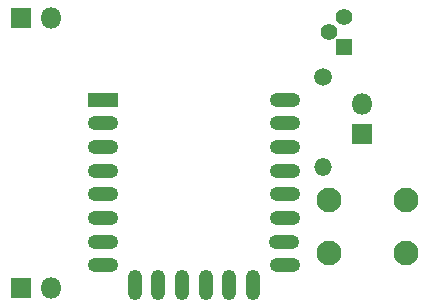
<source format=gbr>
%TF.GenerationSoftware,KiCad,Pcbnew,(5.1.6)-1*%
%TF.CreationDate,2020-12-09T18:00:23+01:00*%
%TF.ProjectId,W__cznik _wiat_a,57420563-7a6e-4696-9b20-5b7769617442,1*%
%TF.SameCoordinates,Original*%
%TF.FileFunction,Soldermask,Top*%
%TF.FilePolarity,Negative*%
%FSLAX46Y46*%
G04 Gerber Fmt 4.6, Leading zero omitted, Abs format (unit mm)*
G04 Created by KiCad (PCBNEW (5.1.6)-1) date 2020-12-09 18:00:23*
%MOMM*%
%LPD*%
G01*
G04 APERTURE LIST*
%ADD10O,1.800000X1.800000*%
%ADD11R,1.800000X1.800000*%
%ADD12C,1.400000*%
%ADD13R,1.400000X1.400000*%
%ADD14C,1.500000*%
%ADD15O,1.500000X1.500000*%
%ADD16C,2.100000*%
%ADD17R,2.600000X1.200000*%
%ADD18O,2.600000X1.200000*%
%ADD19O,1.200000X2.600000*%
G04 APERTURE END LIST*
D10*
%TO.C,REF\u002A\u002A*%
X66802000Y-32258000D03*
D11*
X66802000Y-34798000D03*
%TD*%
D12*
%TO.C,Q1*%
X64008000Y-26152000D03*
X65278000Y-24892000D03*
D13*
X65278000Y-27432000D03*
%TD*%
D14*
%TO.C,R1*%
X63500000Y-29972000D03*
D15*
X63500000Y-37592000D03*
%TD*%
D16*
%TO.C,SW1*%
X64008000Y-44886000D03*
X64008000Y-40386000D03*
X70508000Y-44886000D03*
X70508000Y-40386000D03*
%TD*%
D11*
%TO.C,U1*%
X37893001Y-24939001D03*
D10*
X40433001Y-24939001D03*
X40433001Y-47799001D03*
D11*
X37893001Y-47799001D03*
%TD*%
D17*
%TO.C,U2*%
X44843001Y-31889001D03*
D18*
X44843001Y-33889001D03*
X44843001Y-35889001D03*
X44843001Y-37889001D03*
X44843001Y-39889001D03*
X44843001Y-41889001D03*
X44843001Y-43889001D03*
X44843001Y-45889001D03*
X60243001Y-45889001D03*
X60143001Y-43889001D03*
X60243001Y-41889001D03*
X60243001Y-39889001D03*
X60243001Y-37889001D03*
X60243001Y-35889001D03*
X60243001Y-33889001D03*
X60243001Y-31889001D03*
D19*
X47533001Y-47589001D03*
X49533001Y-47589001D03*
X51533001Y-47589001D03*
X53533001Y-47589001D03*
X55533001Y-47589001D03*
X57533001Y-47589001D03*
%TD*%
M02*

</source>
